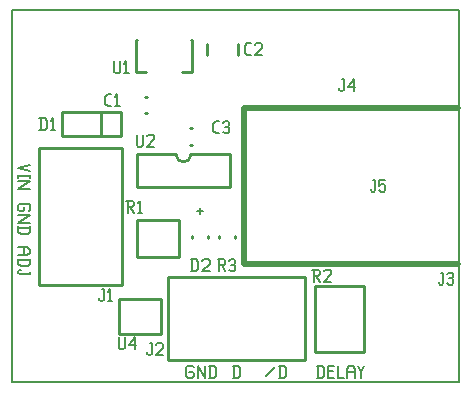
<source format=gbr>
G04 start of page 9 for group -4079 idx -4079 *
G04 Title: (unknown), topsilk *
G04 Creator: pcb 20140316 *
G04 CreationDate: Fri 27 Apr 2018 02:04:58 AM GMT UTC *
G04 For: petersen *
G04 Format: Gerber/RS-274X *
G04 PCB-Dimensions (mil): 1500.00 1250.00 *
G04 PCB-Coordinate-Origin: lower left *
%MOIN*%
%FSLAX25Y25*%
%LNTOPSILK*%
%ADD88C,0.0200*%
%ADD87C,0.0100*%
%ADD86C,0.0060*%
%ADD85C,0.0080*%
G54D85*X500Y500D02*X149500D01*
Y124500D01*
X500D01*
Y500D01*
G54D86*X60500Y6000D02*X61000Y5500D01*
X59000Y6000D02*X60500D01*
X58500Y5500D02*X59000Y6000D01*
X58500Y5500D02*Y2500D01*
X59000Y2000D01*
X60500D01*
X61000Y2500D01*
Y3500D02*Y2500D01*
X60500Y4000D02*X61000Y3500D01*
X59500Y4000D02*X60500D01*
X62200Y6000D02*Y2000D01*
Y6000D02*X64700Y2000D01*
Y6000D02*Y2000D01*
X66400Y6000D02*Y2000D01*
X67700Y6000D02*X68400Y5300D01*
Y2700D01*
X67700Y2000D02*X68400Y2700D01*
X65900Y2000D02*X67700D01*
X65900Y6000D02*X67700D01*
X85000Y2500D02*X88000Y5500D01*
X89700Y6000D02*Y2000D01*
X91000Y6000D02*X91700Y5300D01*
Y2700D01*
X91000Y2000D02*X91700Y2700D01*
X89200Y2000D02*X91000D01*
X89200Y6000D02*X91000D01*
X102500D02*Y2000D01*
X103800Y6000D02*X104500Y5300D01*
Y2700D01*
X103800Y2000D02*X104500Y2700D01*
X102000Y2000D02*X103800D01*
X102000Y6000D02*X103800D01*
X105700Y4200D02*X107200D01*
X105700Y2000D02*X107700D01*
X105700Y6000D02*Y2000D01*
Y6000D02*X107700D01*
X108900D02*Y2000D01*
X110900D01*
X112100Y5000D02*Y2000D01*
Y5000D02*X112800Y6000D01*
X113900D01*
X114600Y5000D01*
Y2000D01*
X112100Y4000D02*X114600D01*
X115800Y6000D02*X116800Y4000D01*
X117800Y6000D01*
X116800Y4000D02*Y2000D01*
X74500Y6000D02*Y2000D01*
X75800Y6000D02*X76500Y5300D01*
Y2700D01*
X75800Y2000D02*X76500Y2700D01*
X74000Y2000D02*X75800D01*
X74000Y6000D02*X75800D01*
X6500Y73000D02*X2500Y72000D01*
X6500Y71000D01*
Y69800D02*Y68800D01*
X2500Y69300D02*X6500D01*
X2500Y69800D02*Y68800D01*
Y67600D02*X6500D01*
X2500Y65100D01*
X6500D01*
Y58000D02*X6000Y57500D01*
X6500Y59500D02*Y58000D01*
X6000Y60000D02*X6500Y59500D01*
X3000Y60000D02*X6000D01*
X3000D02*X2500Y59500D01*
Y58000D01*
X3000Y57500D01*
X4000D01*
X4500Y58000D02*X4000Y57500D01*
X4500Y59000D02*Y58000D01*
X2500Y56300D02*X6500D01*
X2500Y53800D01*
X6500D01*
X2500Y52100D02*X6500D01*
Y50800D02*X5800Y50100D01*
X3200D02*X5800D01*
X2500Y50800D02*X3200Y50100D01*
X2500Y52600D02*Y50800D01*
X6500Y52600D02*Y50800D01*
X2500Y45500D02*X5500D01*
X6500Y44800D01*
Y43700D01*
X5500Y43000D01*
X2500D02*X5500D01*
X4500Y45500D02*Y43000D01*
X2500Y41300D02*X6500D01*
Y40000D02*X5800Y39300D01*
X3200D02*X5800D01*
X2500Y40000D02*X3200Y39300D01*
X2500Y41800D02*Y40000D01*
X6500Y41800D02*Y40000D01*
Y37400D02*Y36600D01*
X3000D02*X6500D01*
X2500Y37100D02*X3000Y36600D01*
X2500Y37600D02*Y37100D01*
X3000Y38100D02*X2500Y37600D01*
X3000Y38100D02*X3500D01*
X62000Y57500D02*X64000D01*
X63000Y58500D02*Y56500D01*
G54D87*X55890Y54799D02*Y42201D01*
X42110D02*X55890D01*
X42110Y54799D02*Y42201D01*
Y54799D02*X55890D01*
X60245Y49393D02*Y48607D01*
X65755Y49393D02*Y48607D01*
X36000Y16500D02*X49900D01*
Y28300D02*Y16500D01*
X36000Y28300D02*X49900D01*
X36000D02*Y16500D01*
X74755Y49393D02*Y48607D01*
X69245Y49393D02*Y48607D01*
X52500Y8000D02*X98169D01*
Y35559D02*Y8000D01*
X52500Y35559D02*X98169D01*
X52500D02*Y8000D01*
G54D88*X77700Y92000D02*X149000D01*
X77700Y40000D02*X149000D01*
X77700Y92000D02*Y40000D01*
G54D87*X117600Y10500D02*X101400D01*
X117600Y32500D02*X101400D01*
X117600Y10500D02*Y32500D01*
X101400Y10500D02*Y32500D01*
X75814Y113468D02*Y109532D01*
X65186Y113468D02*Y109532D01*
X59607Y79745D02*X60393D01*
X59607Y85255D02*X60393D01*
X17100Y90500D02*X36800D01*
X17100Y82500D02*X36800D01*
Y90500D02*Y82500D01*
X17100Y90500D02*Y82500D01*
X30000Y90500D02*Y82500D01*
X44607Y95755D02*X45393D01*
X44607Y90245D02*X45393D01*
X60250Y114480D02*Y103850D01*
X41750Y114480D02*Y103850D01*
X57000D02*X60250D01*
X41750D02*X45000D01*
X60071Y114480D02*X60250D01*
X41750D02*X41929D01*
X41934Y76488D02*Y65512D01*
X73066D01*
Y76488D02*Y65512D01*
X41934Y76488D02*X55000D01*
X60000D02*X73066D01*
X55000D02*G75*G03X60000Y76488I2500J0D01*G01*
X9500Y78500D02*Y32831D01*
X37059D01*
Y78500D02*Y32831D01*
X9500Y78500D02*X37059D01*
G54D86*X143357Y37000D02*X144157D01*
Y33500D01*
X143657Y33000D02*X144157Y33500D01*
X143157Y33000D02*X143657D01*
X142657Y33500D02*X143157Y33000D01*
X142657Y34000D02*Y33500D01*
X145357Y36500D02*X145857Y37000D01*
X146857D01*
X147357Y36500D01*
X146857Y33000D02*X147357Y33500D01*
X145857Y33000D02*X146857D01*
X145357Y33500D02*X145857Y33000D01*
Y35200D02*X146857D01*
X147357Y36500D02*Y35700D01*
Y34700D02*Y33500D01*
Y34700D02*X146857Y35200D01*
X147357Y35700D02*X146857Y35200D01*
X110200Y101500D02*X111000D01*
Y98000D01*
X110500Y97500D02*X111000Y98000D01*
X110000Y97500D02*X110500D01*
X109500Y98000D02*X110000Y97500D01*
X109500Y98500D02*Y98000D01*
X112200Y99000D02*X114200Y101500D01*
X112200Y99000D02*X114700D01*
X114200Y101500D02*Y97500D01*
X100500Y38000D02*X102500D01*
X103000Y37500D01*
Y36500D01*
X102500Y36000D02*X103000Y36500D01*
X101000Y36000D02*X102500D01*
X101000Y38000D02*Y34000D01*
X101800Y36000D02*X103000Y34000D01*
X104200Y37500D02*X104700Y38000D01*
X106200D01*
X106700Y37500D01*
Y36500D01*
X104200Y34000D02*X106700Y36500D01*
X104200Y34000D02*X106700D01*
X120700Y68000D02*X121500D01*
Y64500D01*
X121000Y64000D02*X121500Y64500D01*
X120500Y64000D02*X121000D01*
X120000Y64500D02*X120500Y64000D01*
X120000Y65000D02*Y64500D01*
X122700Y68000D02*X124700D01*
X122700D02*Y66000D01*
X123200Y66500D01*
X124200D01*
X124700Y66000D01*
Y64500D01*
X124200Y64000D02*X124700Y64500D01*
X123200Y64000D02*X124200D01*
X122700Y64500D02*X123200Y64000D01*
X30200Y31500D02*X31000D01*
Y28000D01*
X30500Y27500D02*X31000Y28000D01*
X30000Y27500D02*X30500D01*
X29500Y28000D02*X30000Y27500D01*
X29500Y28500D02*Y28000D01*
X32200Y30700D02*X33000Y31500D01*
Y27500D01*
X32200D02*X33700D01*
X78700Y109500D02*X80000D01*
X78000Y110200D02*X78700Y109500D01*
X78000Y112800D02*Y110200D01*
Y112800D02*X78700Y113500D01*
X80000D01*
X81200Y113000D02*X81700Y113500D01*
X83200D01*
X83700Y113000D01*
Y112000D01*
X81200Y109500D02*X83700Y112000D01*
X81200Y109500D02*X83700D01*
X34500Y107500D02*Y104000D01*
X35000Y103500D01*
X36000D01*
X36500Y104000D01*
Y107500D02*Y104000D01*
X37700Y106700D02*X38500Y107500D01*
Y103500D01*
X37700D02*X39200D01*
X10000Y88500D02*Y84500D01*
X11300Y88500D02*X12000Y87800D01*
Y85200D01*
X11300Y84500D02*X12000Y85200D01*
X9500Y84500D02*X11300D01*
X9500Y88500D02*X11300D01*
X13200Y87700D02*X14000Y88500D01*
Y84500D01*
X13200D02*X14700D01*
X32200Y92500D02*X33500D01*
X31500Y93200D02*X32200Y92500D01*
X31500Y95800D02*Y93200D01*
Y95800D02*X32200Y96500D01*
X33500D01*
X34700Y95700D02*X35500Y96500D01*
Y92500D01*
X34700D02*X36200D01*
X42000Y83000D02*Y79500D01*
X42500Y79000D01*
X43500D01*
X44000Y79500D01*
Y83000D02*Y79500D01*
X45200Y82500D02*X45700Y83000D01*
X47200D01*
X47700Y82500D01*
Y81500D01*
X45200Y79000D02*X47700Y81500D01*
X45200Y79000D02*X47700D01*
X38500Y61000D02*X40500D01*
X41000Y60500D01*
Y59500D01*
X40500Y59000D02*X41000Y59500D01*
X39000Y59000D02*X40500D01*
X39000Y61000D02*Y57000D01*
X39800Y59000D02*X41000Y57000D01*
X42200Y60200D02*X43000Y61000D01*
Y57000D01*
X42200D02*X43700D01*
X68200Y83500D02*X69500D01*
X67500Y84200D02*X68200Y83500D01*
X67500Y86800D02*Y84200D01*
Y86800D02*X68200Y87500D01*
X69500D01*
X70700Y87000D02*X71200Y87500D01*
X72200D01*
X72700Y87000D01*
X72200Y83500D02*X72700Y84000D01*
X71200Y83500D02*X72200D01*
X70700Y84000D02*X71200Y83500D01*
Y85700D02*X72200D01*
X72700Y87000D02*Y86200D01*
Y85200D02*Y84000D01*
Y85200D02*X72200Y85700D01*
X72700Y86200D02*X72200Y85700D01*
X60500Y41500D02*Y37500D01*
X61800Y41500D02*X62500Y40800D01*
Y38200D01*
X61800Y37500D02*X62500Y38200D01*
X60000Y37500D02*X61800D01*
X60000Y41500D02*X61800D01*
X63700Y41000D02*X64200Y41500D01*
X65700D01*
X66200Y41000D01*
Y40000D01*
X63700Y37500D02*X66200Y40000D01*
X63700Y37500D02*X66200D01*
X69000Y41500D02*X71000D01*
X71500Y41000D01*
Y40000D01*
X71000Y39500D02*X71500Y40000D01*
X69500Y39500D02*X71000D01*
X69500Y41500D02*Y37500D01*
X70300Y39500D02*X71500Y37500D01*
X72700Y41000D02*X73200Y41500D01*
X74200D01*
X74700Y41000D01*
X74200Y37500D02*X74700Y38000D01*
X73200Y37500D02*X74200D01*
X72700Y38000D02*X73200Y37500D01*
Y39700D02*X74200D01*
X74700Y41000D02*Y40200D01*
Y39200D02*Y38000D01*
Y39200D02*X74200Y39700D01*
X74700Y40200D02*X74200Y39700D01*
X36000Y15500D02*Y12000D01*
X36500Y11500D01*
X37500D01*
X38000Y12000D01*
Y15500D02*Y12000D01*
X39200Y13000D02*X41200Y15500D01*
X39200Y13000D02*X41700D01*
X41200Y15500D02*Y11500D01*
X46200Y13500D02*X47000D01*
Y10000D01*
X46500Y9500D02*X47000Y10000D01*
X46000Y9500D02*X46500D01*
X45500Y10000D02*X46000Y9500D01*
X45500Y10500D02*Y10000D01*
X48200Y13000D02*X48700Y13500D01*
X50200D01*
X50700Y13000D01*
Y12000D01*
X48200Y9500D02*X50700Y12000D01*
X48200Y9500D02*X50700D01*
M02*

</source>
